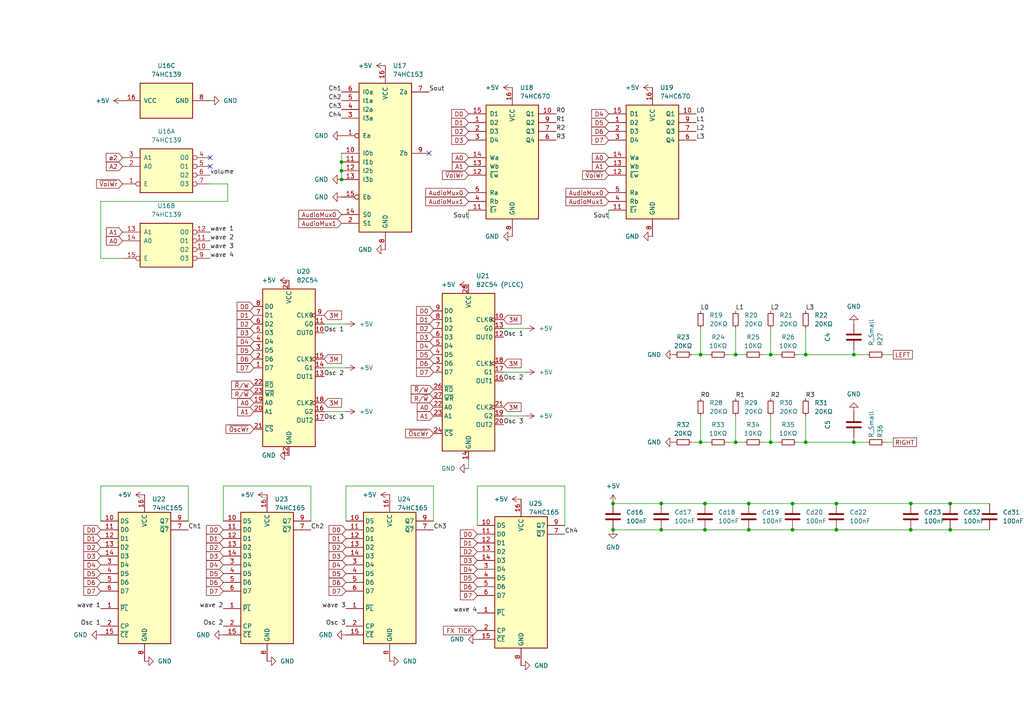
<source format=kicad_sch>
(kicad_sch (version 20230121) (generator eeschema)
  (paper "A4")
  (title_block (title "Audio"))
  (lib_symbols
    (symbol "74xx:74HC165"
      (property "Reference" "U" (at -7.62 19.05 0))
      (property "Value" "74HC165" (at -7.62 -21.59 0))
      (symbol "74HC165_1_0"
        (pin input line (at -12.7 -10.16 0) (length 5.08) (name "~{PL}") (number "1"))
        (pin input line (at -12.7 15.24 0) (length 5.08) (name "DS") (number "10"))
        (pin input line (at -12.7 12.7 0) (length 5.08) (name "D0") (number "11"))
        (pin input line (at -12.7 10.16 0) (length 5.08) (name "D1") (number "12"))
        (pin input line (at -12.7 7.62 0) (length 5.08) (name "D2") (number "13"))
        (pin input line (at -12.7 5.08 0) (length 5.08) (name "D3") (number "14"))
        (pin input line (at -12.7 -17.78 0) (length 5.08) (name "~{CE}") (number "15"))
        (pin power_in line (at 0 22.86 270) (length 5.08) (name "VCC") (number "16"))
        (pin input line (at -12.7 -15.24 0) (length 5.08) (name "CP") (number "2"))
        (pin input line (at -12.7 2.54 0) (length 5.08) (name "D4") (number "3"))
        (pin input line (at -12.7 0 0) (length 5.08) (name "D5") (number "4"))
        (pin input line (at -12.7 -2.54 0) (length 5.08) (name "D6") (number "5"))
        (pin input line (at -12.7 -5.08 0) (length 5.08) (name "D7") (number "6"))
        (pin output line (at 12.7 12.7 180) (length 5.08) (name "~{Q7}") (number "7"))
        (pin power_in line (at 0 -25.4 90) (length 5.08) (name "GND") (number "8"))
        (pin output line (at 12.7 15.24 180) (length 5.08) (name "Q7") (number "9"))
      )
      (symbol "74HC165_1_1"
        (rectangle (start -7.62 17.78) (end 7.62 -20.32) (stroke (width 0.254)) (fill (type background)))
      )
    )
    (symbol "74xx:74LS139" (pin_names (offset 1.016))
      (property "Reference" "U" (at -7.62 8.89 0))
      (property "Value" "74LS139" (at -7.62 -8.89 0))
      (symbol "74LS139_1_0"
        (pin input inverted (at -12.7 -5.08 0) (length 5.08) (name "E") (number "1"))
        (pin input line (at -12.7 0 0) (length 5.08) (name "A0") (number "2"))
        (pin input line (at -12.7 2.54 0) (length 5.08) (name "A1") (number "3"))
        (pin output inverted (at 12.7 2.54 180) (length 5.08) (name "O0") (number "4"))
        (pin output inverted (at 12.7 0 180) (length 5.08) (name "O1") (number "5"))
        (pin output inverted (at 12.7 -2.54 180) (length 5.08) (name "O2") (number "6"))
        (pin output inverted (at 12.7 -5.08 180) (length 5.08) (name "O3") (number "7"))
      )
      (symbol "74LS139_1_1"
        (rectangle (start -7.62 5.08) (end 7.62 -7.62) (stroke (width 0.254)) (fill (type background)))
      )
      (symbol "74LS139_2_0"
        (pin output inverted (at 12.7 -2.54 180) (length 5.08) (name "O2") (number "10"))
        (pin output inverted (at 12.7 0 180) (length 5.08) (name "O1") (number "11"))
        (pin output inverted (at 12.7 2.54 180) (length 5.08) (name "O0") (number "12"))
        (pin input line (at -12.7 2.54 0) (length 5.08) (name "A1") (number "13"))
        (pin input line (at -12.7 0 0) (length 5.08) (name "A0") (number "14"))
        (pin input inverted (at -12.7 -5.08 0) (length 5.08) (name "E") (number "15"))
        (pin output inverted (at 12.7 -5.08 180) (length 5.08) (name "O3") (number "9"))
      )
      (symbol "74LS139_2_1"
        (rectangle (start -7.62 5.08) (end 7.62 -7.62) (stroke (width 0.254)) (fill (type background)))
      )
      (symbol "74LS139_3_0"
        (pin power_in line (at 0 12.7 270) (length 5.08) (name "VCC") (number "16"))
        (pin power_in line (at 0 -12.7 90) (length 5.08) (name "GND") (number "8"))
      )
      (symbol "74LS139_3_1"
        (rectangle (start -5.08 7.62) (end 5.08 -7.62) (stroke (width 0.254)) (fill (type background)))
      )
    )
    (symbol "74xx:74LS153" (pin_names (offset 1.016))
      (property "Reference" "U" (at -7.62 21.59 0))
      (property "Value" "74LS153" (at -7.62 -24.13 0))
      (symbol "74LS153_1_0"
        (pin input inverted (at -12.7 5.08 0) (length 5.08) (name "Ea") (number "1"))
        (pin input line (at -12.7 0 0) (length 5.08) (name "I0b") (number "10"))
        (pin input line (at -12.7 -2.54 0) (length 5.08) (name "I1b") (number "11"))
        (pin input line (at -12.7 -5.08 0) (length 5.08) (name "I2b") (number "12"))
        (pin input line (at -12.7 -7.62 0) (length 5.08) (name "I3b") (number "13"))
        (pin input line (at -12.7 -17.78 0) (length 5.08) (name "S0") (number "14"))
        (pin input inverted (at -12.7 -12.7 0) (length 5.08) (name "Eb") (number "15"))
        (pin power_in line (at 0 25.4 270) (length 5.08) (name "VCC") (number "16"))
        (pin input line (at -12.7 -20.32 0) (length 5.08) (name "S1") (number "2"))
        (pin input line (at -12.7 10.16 0) (length 5.08) (name "I3a") (number "3"))
        (pin input line (at -12.7 12.7 0) (length 5.08) (name "I2a") (number "4"))
        (pin input line (at -12.7 15.24 0) (length 5.08) (name "I1a") (number "5"))
        (pin input line (at -12.7 17.78 0) (length 5.08) (name "I0a") (number "6"))
        (pin output line (at 12.7 17.78 180) (length 5.08) (name "Za") (number "7"))
        (pin power_in line (at 0 -27.94 90) (length 5.08) (name "GND") (number "8"))
        (pin output line (at 12.7 0 180) (length 5.08) (name "Zb") (number "9"))
      )
      (symbol "74LS153_1_1"
        (rectangle (start -7.62 20.32) (end 7.62 -22.86) (stroke (width 0.254)) (fill (type background)))
      )
    )
    (symbol "74xx:74LS670" (pin_names (offset 1.016))
      (property "Reference" "U" (at -7.62 16.51 0))
      (property "Value" "74LS670" (at -7.62 -19.05 0))
      (symbol "74LS670_1_0"
        (pin input line (at -12.7 10.16 0) (length 5.08) (name "D2") (number "1"))
        (pin tri_state line (at 12.7 12.7 180) (length 5.08) (name "Q1") (number "10"))
        (pin input line (at -12.7 -15.24 0) (length 5.08) (name "~{Er}") (number "11"))
        (pin input line (at -12.7 -5.08 0) (length 5.08) (name "~{Ew}") (number "12"))
        (pin input line (at -12.7 -2.54 0) (length 5.08) (name "Wb") (number "13"))
        (pin input line (at -12.7 0 0) (length 5.08) (name "Wa") (number "14"))
        (pin input line (at -12.7 12.7 0) (length 5.08) (name "D1") (number "15"))
        (pin power_in line (at 0 20.32 270) (length 5.08) (name "VCC") (number "16"))
        (pin input line (at -12.7 7.62 0) (length 5.08) (name "D3") (number "2"))
        (pin input line (at -12.7 5.08 0) (length 5.08) (name "D4") (number "3"))
        (pin input line (at -12.7 -12.7 0) (length 5.08) (name "Rb") (number "4"))
        (pin input line (at -12.7 -10.16 0) (length 5.08) (name "Ra") (number "5"))
        (pin tri_state line (at 12.7 5.08 180) (length 5.08) (name "Q4") (number "6"))
        (pin tri_state line (at 12.7 7.62 180) (length 5.08) (name "Q3") (number "7"))
        (pin power_in line (at 0 -22.86 90) (length 5.08) (name "GND") (number "8"))
        (pin tri_state line (at 12.7 10.16 180) (length 5.08) (name "Q2") (number "9"))
      )
      (symbol "74LS670_1_1"
        (rectangle (start -7.62 15.24) (end 7.62 -17.78) (stroke (width 0.254)) (fill (type background)))
      )
    )
    (symbol "Device:C" (pin_numbers hide) (pin_names (offset 0.254))
      (property "Reference" "C" (at 0.635 2.54 0))
      (property "Value" "C" (at 0.635 -2.54 0))
      (symbol "C_0_1"
        (polyline (pts (xy -2.032 -0.762) (xy 2.032 -0.762)) (stroke (width 0.508)))
        (polyline (pts (xy -2.032 0.762) (xy 2.032 0.762)) (stroke (width 0.508)))
      )
      (symbol "C_1_1"
        (pin passive line (at 0 3.81 270) (length 2.794) (name "~") (number "1"))
        (pin passive line (at 0 -3.81 90) (length 2.794) (name "~") (number "2"))
      )
    )
    (symbol "Device:R_Small" (pin_numbers hide) (pin_names (offset 0.254) hide)
      (property "Reference" "R" (at 0.762 0.508 0))
      (property "Value" "R_Small" (at 0.762 -1.016 0))
      (symbol "R_Small_0_1"
        (rectangle (start -0.762 1.778) (end 0.762 -1.778) (stroke (width 0.2032)))
      )
      (symbol "R_Small_1_1"
        (pin passive line (at 0 2.54 270) (length 0.762) (name "~") (number "1"))
        (pin passive line (at 0 -2.54 90) (length 0.762) (name "~") (number "2"))
      )
    )
    (symbol "Timer:82C54"
      (property "Reference" "U" (at -5.08 24.13 0))
      (property "Value" "82C54" (at 2.54 24.13 0))
      (symbol "82C54_0_1"
        (rectangle (start -7.62 -22.86) (end 7.62 22.86) (stroke (width 0.254)) (fill (type background)))
      )
      (symbol "82C54_1_1"
        (pin bidirectional line (at -10.16 0 0) (length 2.54) (name "D7") (number "1"))
        (pin output line (at 10.16 10.16 180) (length 2.54) (name "OUT0") (number "10"))
        (pin input line (at 10.16 12.7 180) (length 2.54) (name "G0") (number "11"))
        (pin power_in line (at 0 -25.4 90) (length 2.54) (name "GND") (number "12"))
        (pin output line (at 10.16 -2.54 180) (length 2.54) (name "OUT1") (number "13"))
        (pin input line (at 10.16 0 180) (length 2.54) (name "G1") (number "14"))
        (pin input clock (at 10.16 2.54 180) (length 2.54) (name "CLK1") (number "15"))
        (pin input line (at 10.16 -12.7 180) (length 2.54) (name "G2") (number "16"))
        (pin output line (at 10.16 -15.24 180) (length 2.54) (name "OUT2") (number "17"))
        (pin input clock (at 10.16 -10.16 180) (length 2.54) (name "CLK2") (number "18"))
        (pin input line (at -10.16 -10.16 0) (length 2.54) (name "A0") (number "19"))
        (pin bidirectional line (at -10.16 2.54 0) (length 2.54) (name "D6") (number "2"))
        (pin input line (at -10.16 -12.7 0) (length 2.54) (name "A1") (number "20"))
        (pin input line (at -10.16 -17.78 0) (length 2.54) (name "~{CS}") (number "21"))
        (pin input line (at -10.16 -5.08 0) (length 2.54) (name "~{RD}") (number "22"))
        (pin input line (at -10.16 -7.62 0) (length 2.54) (name "~{WR}") (number "23"))
        (pin power_in line (at 0 25.4 270) (length 2.54) (name "VCC") (number "24"))
        (pin bidirectional line (at -10.16 5.08 0) (length 2.54) (name "D5") (number "3"))
        (pin bidirectional line (at -10.16 7.62 0) (length 2.54) (name "D4") (number "4"))
        (pin bidirectional line (at -10.16 10.16 0) (length 2.54) (name "D3") (number "5"))
        (pin bidirectional line (at -10.16 12.7 0) (length 2.54) (name "D2") (number "6"))
        (pin bidirectional line (at -10.16 15.24 0) (length 2.54) (name "D1") (number "7"))
        (pin bidirectional line (at -10.16 17.78 0) (length 2.54) (name "D0") (number "8"))
        (pin input clock (at 10.16 15.24 180) (length 2.54) (name "CLK0") (number "9"))
      )
    )
    (symbol "Timer:82C54_PLCC"
      (property "Reference" "U" (at -3.81 24.13 0))
      (property "Value" "82C54_PLCC" (at 2.54 24.13 0))
      (symbol "82C54_PLCC_0_1"
        (rectangle (start -7.62 -22.86) (end 7.62 22.86) (stroke (width 0.254)) (fill (type background)))
      )
      (symbol "82C54_PLCC_1_1"
        (pin no_connect line (at -5.08 -22.86 90) (length 2.54) hide (name "NC") (number "1"))
        (pin input clock (at 10.16 15.24 180) (length 2.54) (name "CLK0") (number "10"))
        (pin no_connect line (at -2.54 -22.86 90) (length 2.54) hide (name "NC") (number "11"))
        (pin output line (at 10.16 10.16 180) (length 2.54) (name "OUT0") (number "12"))
        (pin input line (at 10.16 12.7 180) (length 2.54) (name "G0") (number "13"))
        (pin power_in line (at 0 -25.4 90) (length 2.54) (name "GND") (number "14"))
        (pin no_connect line (at 2.54 -22.86 90) (length 2.54) hide (name "NC") (number "15"))
        (pin output line (at 10.16 -2.54 180) (length 2.54) (name "OUT1") (number "16"))
        (pin input line (at 10.16 0 180) (length 2.54) (name "G1") (number "17"))
        (pin input clock (at 10.16 2.54 180) (length 2.54) (name "CLK1") (number "18"))
        (pin input line (at 10.16 -12.7 180) (length 2.54) (name "G2") (number "19"))
        (pin bidirectional line (at -10.16 0 0) (length 2.54) (name "D7") (number "2"))
        (pin output line (at 10.16 -15.24 180) (length 2.54) (name "OUT2") (number "20"))
        (pin input clock (at 10.16 -10.16 180) (length 2.54) (name "CLK2") (number "21"))
        (pin input line (at -10.16 -10.16 0) (length 2.54) (name "A0") (number "22"))
        (pin input line (at -10.16 -12.7 0) (length 2.54) (name "A1") (number "23"))
        (pin input line (at -10.16 -17.78 0) (length 2.54) (name "~{CS}") (number "24"))
        (pin no_connect line (at 5.08 -22.86 90) (length 2.54) hide (name "NC") (number "25"))
        (pin input line (at -10.16 -5.08 0) (length 2.54) (name "~{RD}") (number "26"))
        (pin input line (at -10.16 -7.62 0) (length 2.54) (name "~{WR}") (number "27"))
        (pin power_in line (at 0 25.4 270) (length 2.54) (name "VCC") (number "28"))
        (pin bidirectional line (at -10.16 2.54 0) (length 2.54) (name "D6") (number "3"))
        (pin bidirectional line (at -10.16 5.08 0) (length 2.54) (name "D5") (number "4"))
        (pin bidirectional line (at -10.16 7.62 0) (length 2.54) (name "D4") (number "5"))
        (pin bidirectional line (at -10.16 10.16 0) (length 2.54) (name "D3") (number "6"))
        (pin bidirectional line (at -10.16 12.7 0) (length 2.54) (name "D2") (number "7"))
        (pin bidirectional line (at -10.16 15.24 0) (length 2.54) (name "D1") (number "8"))
        (pin bidirectional line (at -10.16 17.78 0) (length 2.54) (name "D0") (number "9"))
      )
    )
    (symbol "power:+5V" (power) (pin_names (offset 0))
      (property "Value" "+5V" (at 0 3.556 0))
      (symbol "+5V_0_1"
        (polyline (pts (xy -0.762 1.27) (xy 0 2.54)))
        (polyline (pts (xy 0 0) (xy 0 2.54)))
        (polyline (pts (xy 0 2.54) (xy 0.762 1.27)))
      )
      (symbol "+5V_1_1"
        (pin power_in line (at 0 0 90) (length 0) hide (name "+5V") (number "1"))
      )
    )
    (symbol "power:GND" (power) (pin_names (offset 0))
      (property "Value" "GND" (at 0 -3.81 0))
      (symbol "GND_0_1"
        (polyline (pts (xy 0 0) (xy 0 -1.27) (xy 1.27 -1.27) (xy 0 -2.54) (xy -1.27 -1.27) (xy 0 -1.27)))
      )
      (symbol "GND_1_1"
        (pin power_in line (at 0 0 270) (length 0) hide (name "GND") (number "1"))
      )
    )
  )
  (junction (at 264.16 153.67))
  (junction (at 229.87 153.67))
  (junction (at 264.16 146.05))
  (junction (at 233.68 128.27))
  (junction (at 229.87 146.05))
  (junction (at 177.8 146.05))
  (junction (at 247.65 128.27))
  (junction (at 217.17 146.05))
  (junction (at 191.77 146.05))
  (junction (at 203.2 128.27))
  (junction (at 213.36 128.27))
  (junction (at 223.52 102.87))
  (junction (at 204.47 146.05))
  (junction (at 275.59 146.05))
  (junction (at 213.36 102.87))
  (junction (at 204.47 153.67))
  (junction (at 177.8 153.67))
  (junction (at 203.2 102.87))
  (junction (at 99.06 49.53))
  (junction (at 242.57 146.05))
  (junction (at 247.65 102.87))
  (junction (at 99.06 52.07))
  (junction (at 223.52 128.27))
  (junction (at 99.06 46.99))
  (junction (at 242.57 153.67))
  (junction (at 233.68 102.87))
  (junction (at 191.77 153.67))
  (junction (at 217.17 153.67))
  (junction (at 275.59 153.67))
  (no_connect (at 60.96 48.26))
  (no_connect (at 124.46 44.45))
  (no_connect (at 60.96 45.72))
  (wire (pts (xy 220.98 102.87) (xy 223.52 102.87)))
  (wire (pts (xy 152.4 95.25) (xy 146.05 95.25)))
  (wire (pts (xy 203.2 120.65) (xy 203.2 128.27)))
  (wire (pts (xy 177.8 146.05) (xy 191.77 146.05)))
  (wire (pts (xy 100.33 140.97) (xy 100.33 151.13)))
  (wire (pts (xy 233.68 102.87) (xy 247.65 102.87)))
  (wire (pts (xy 242.57 146.05) (xy 264.16 146.05)))
  (wire (pts (xy 200.66 102.87) (xy 203.2 102.87)))
  (wire (pts (xy 247.65 128.27) (xy 247.65 127)))
  (wire (pts (xy 210.82 102.87) (xy 213.36 102.87)))
  (wire (pts (xy 231.14 128.27) (xy 233.68 128.27)))
  (wire (pts (xy 191.77 153.67) (xy 204.47 153.67)))
  (wire (pts (xy 256.54 128.27) (xy 259.08 128.27)))
  (wire (pts (xy 264.16 153.67) (xy 275.59 153.67)))
  (wire (pts (xy 242.57 153.67) (xy 264.16 153.67)))
  (wire (pts (xy 251.46 128.27) (xy 247.65 128.27)))
  (wire (pts (xy 251.46 102.87) (xy 247.65 102.87)))
  (wire (pts (xy 100.33 93.98) (xy 93.98 93.98)))
  (wire (pts (xy 135.89 63.5) (xy 135.89 60.96)))
  (wire (pts (xy 29.21 140.97) (xy 29.21 151.13)))
  (wire (pts (xy 247.65 102.87) (xy 247.65 101.6)))
  (wire (pts (xy 213.36 128.27) (xy 215.9 128.27)))
  (wire (pts (xy 264.16 146.05) (xy 275.59 146.05)))
  (wire (pts (xy 191.77 146.05) (xy 204.47 146.05)))
  (wire (pts (xy 204.47 146.05) (xy 217.17 146.05)))
  (wire (pts (xy 177.8 153.67) (xy 191.77 153.67)))
  (wire (pts (xy 64.77 140.97) (xy 64.77 151.13)))
  (wire (pts (xy 204.47 153.67) (xy 217.17 153.67)))
  (wire (pts (xy 217.17 153.67) (xy 229.87 153.67)))
  (wire (pts (xy 90.17 151.13) (xy 90.17 140.97)))
  (wire (pts (xy 29.21 74.93) (xy 29.21 58.42)))
  (wire (pts (xy 210.82 128.27) (xy 213.36 128.27)))
  (wire (pts (xy 176.53 63.5) (xy 176.53 60.96)))
  (wire (pts (xy 66.04 53.34) (xy 60.96 53.34)))
  (wire (pts (xy 99.06 44.45) (xy 99.06 46.99)))
  (wire (pts (xy 233.68 128.27) (xy 247.65 128.27)))
  (wire (pts (xy 231.14 102.87) (xy 233.68 102.87)))
  (wire (pts (xy 223.52 95.25) (xy 223.52 102.87)))
  (wire (pts (xy 54.61 151.13) (xy 54.61 140.97)))
  (wire (pts (xy 135.89 135.89) (xy 135.89 133.35)))
  (wire (pts (xy 90.17 140.97) (xy 64.77 140.97)))
  (wire (pts (xy 203.2 102.87) (xy 205.74 102.87)))
  (wire (pts (xy 99.06 49.53) (xy 99.06 52.07)))
  (wire (pts (xy 229.87 153.67) (xy 242.57 153.67)))
  (wire (pts (xy 100.33 106.68) (xy 93.98 106.68)))
  (wire (pts (xy 66.04 58.42) (xy 66.04 53.34)))
  (wire (pts (xy 213.36 120.65) (xy 213.36 128.27)))
  (wire (pts (xy 203.2 95.25) (xy 203.2 102.87)))
  (wire (pts (xy 275.59 146.05) (xy 287.02 146.05)))
  (wire (pts (xy 220.98 128.27) (xy 223.52 128.27)))
  (wire (pts (xy 138.43 140.97) (xy 138.43 152.4)))
  (wire (pts (xy 223.52 102.87) (xy 226.06 102.87)))
  (wire (pts (xy 223.52 128.27) (xy 226.06 128.27)))
  (wire (pts (xy 203.2 128.27) (xy 205.74 128.27)))
  (wire (pts (xy 125.73 151.13) (xy 125.73 140.97)))
  (wire (pts (xy 256.54 102.87) (xy 259.08 102.87)))
  (wire (pts (xy 29.21 58.42) (xy 66.04 58.42)))
  (wire (pts (xy 229.87 146.05) (xy 242.57 146.05)))
  (wire (pts (xy 163.83 152.4) (xy 163.83 140.97)))
  (wire (pts (xy 213.36 102.87) (xy 215.9 102.87)))
  (wire (pts (xy 163.83 140.97) (xy 138.43 140.97)))
  (wire (pts (xy 233.68 120.65) (xy 233.68 128.27)))
  (wire (pts (xy 200.66 128.27) (xy 203.2 128.27)))
  (wire (pts (xy 100.33 119.38) (xy 93.98 119.38)))
  (wire (pts (xy 233.68 95.25) (xy 233.68 102.87)))
  (wire (pts (xy 213.36 95.25) (xy 213.36 102.87)))
  (wire (pts (xy 223.52 120.65) (xy 223.52 128.27)))
  (wire (pts (xy 275.59 153.67) (xy 287.02 153.67)))
  (wire (pts (xy 217.17 146.05) (xy 229.87 146.05)))
  (wire (pts (xy 152.4 120.65) (xy 146.05 120.65)))
  (wire (pts (xy 99.06 46.99) (xy 99.06 49.53)))
  (wire (pts (xy 54.61 140.97) (xy 29.21 140.97)))
  (wire (pts (xy 125.73 140.97) (xy 100.33 140.97)))
  (wire (pts (xy 152.4 107.95) (xy 146.05 107.95)))
  (wire (pts (xy 35.56 74.93) (xy 29.21 74.93)))
  (label "Osc 2" (at 93.98 109.22 0))
  (label "R2" (at 161.29 38.1 0))
  (label "Sout" (at 135.89 63.5 180))
  (label "Osc 3" (at 93.98 121.92 0))
  (label "L3" (at 233.68 90.17 0))
  (label "Osc 1" (at 29.21 181.61 180))
  (label "Ch1" (at 99.06 26.67 180))
  (label "Ch4" (at 163.83 154.94 0))
  (label "Sout" (at 176.53 63.5 180))
  (label "R3" (at 233.68 115.57 0))
  (label "Osc 2" (at 146.05 110.49 0))
  (label "wave 1" (at 60.96 67.31 0))
  (label "Sout" (at 124.46 26.67 0))
  (label "Osc 2" (at 64.77 181.61 180))
  (label "L3" (at 201.93 40.64 0))
  (label "wave 1" (at 29.21 176.53 180))
  (label "wave 3" (at 60.96 72.39 0))
  (label "wave 2" (at 60.96 69.85 0))
  (label "wave 3" (at 100.33 176.53 180))
  (label "R3" (at 161.29 40.64 0))
  (label "L2" (at 201.93 38.1 0))
  (label "wave 4" (at 60.96 74.93 0))
  (label "Osc 1" (at 93.98 96.52 0))
  (label "Ch2" (at 99.06 29.21 180))
  (label "Osc 1" (at 146.05 97.79 0))
  (label "volume" (at 60.96 50.8 0))
  (label "Ch2" (at 90.17 153.67 0))
  (label "L1" (at 213.36 90.17 0))
  (label "R1" (at 213.36 115.57 0))
  (label "R1" (at 161.29 35.56 0))
  (label "R0" (at 203.2 115.57 0))
  (label "R0" (at 161.29 33.02 0))
  (label "Ch4" (at 99.06 34.29 180))
  (label "wave 4" (at 138.43 177.8 180))
  (label "wave 2" (at 64.77 176.53 180))
  (label "Ch3" (at 125.73 153.67 0))
  (label "Ch3" (at 99.06 31.75 180))
  (label "Osc 3" (at 100.33 181.61 180))
  (label "Ch1" (at 54.61 153.67 0))
  (label "Osc 3" (at 146.05 123.19 0))
  (label "L2" (at 223.52 90.17 0))
  (label "L0" (at 201.93 33.02 0))
  (label "L1" (at 201.93 35.56 0))
  (label "L0" (at 203.2 90.17 0))
  (label "R2" (at 223.52 115.57 0))
  (global_label "D3" (shape input) (at 64.77 161.29 180) (property "Intersheetrefs" "${INTERSHEET_REFS}" (effects hide)))
  (global_label "D4" (shape input) (at 125.73 100.33 180) (property "Intersheetrefs" "${INTERSHEET_REFS}" (effects hide)))
  (global_label "R{slash}~{W}" (shape input) (at 73.66 114.3 180) (property "Intersheetrefs" "${INTERSHEET_REFS}" (effects hide)))
  (global_label "A0" (shape input) (at 125.73 118.11 180) (property "Intersheetrefs" "${INTERSHEET_REFS}" (effects hide)))
  (global_label "D7" (shape input) (at 29.21 171.45 180) (property "Intersheetrefs" "${INTERSHEET_REFS}" (effects hide)))
  (global_label "D6" (shape input) (at 125.73 105.41 180) (property "Intersheetrefs" "${INTERSHEET_REFS}" (effects hide)))
  (global_label "D4" (shape input) (at 138.43 165.1 180) (property "Intersheetrefs" "${INTERSHEET_REFS}" (effects hide)))
  (global_label "D3" (shape input) (at 125.73 97.79 180) (property "Intersheetrefs" "${INTERSHEET_REFS}" (effects hide)))
  (global_label "D4" (shape input) (at 29.21 163.83 180) (property "Intersheetrefs" "${INTERSHEET_REFS}" (effects hide)))
  (global_label "D0" (shape input) (at 135.89 33.02 180) (property "Intersheetrefs" "${INTERSHEET_REFS}" (effects hide)))
  (global_label "LEFT" (shape passive) (at 259.08 102.87 0) (property "Intersheetrefs" "${INTERSHEET_REFS}" (effects hide)))
  (global_label "A2" (shape input) (at 35.56 48.26 180) (property "Intersheetrefs" "${INTERSHEET_REFS}" (effects hide)))
  (global_label "D5" (shape input) (at 100.33 166.37 180) (property "Intersheetrefs" "${INTERSHEET_REFS}" (effects hide)))
  (global_label "D7" (shape input) (at 64.77 171.45 180) (property "Intersheetrefs" "${INTERSHEET_REFS}" (effects hide)))
  (global_label "AudioMux0" (shape input) (at 176.53 55.88 180) (property "Intersheetrefs" "${INTERSHEET_REFS}" (effects hide)))
  (global_label "D1" (shape input) (at 135.89 35.56 180) (property "Intersheetrefs" "${INTERSHEET_REFS}" (effects hide)))
  (global_label "D6" (shape input) (at 100.33 168.91 180) (property "Intersheetrefs" "${INTERSHEET_REFS}" (effects hide)))
  (global_label "D2" (shape input) (at 29.21 158.75 180) (property "Intersheetrefs" "${INTERSHEET_REFS}" (effects hide)))
  (global_label "A0" (shape input) (at 73.66 116.84 180) (property "Intersheetrefs" "${INTERSHEET_REFS}" (effects hide)))
  (global_label "D7" (shape input) (at 176.53 40.64 180) (property "Intersheetrefs" "${INTERSHEET_REFS}" (effects hide)))
  (global_label "D5" (shape input) (at 176.53 35.56 180) (property "Intersheetrefs" "${INTERSHEET_REFS}" (effects hide)))
  (global_label "D3" (shape input) (at 73.66 96.52 180) (property "Intersheetrefs" "${INTERSHEET_REFS}" (effects hide)))
  (global_label "A1" (shape input) (at 176.53 48.26 180) (property "Intersheetrefs" "${INTERSHEET_REFS}" (effects hide)))
  (global_label "D1" (shape input) (at 73.66 91.44 180) (property "Intersheetrefs" "${INTERSHEET_REFS}" (effects hide)))
  (global_label "D3" (shape input) (at 138.43 162.56 180) (property "Intersheetrefs" "${INTERSHEET_REFS}" (effects hide)))
  (global_label "AudioMux0" (shape input) (at 99.06 62.23 180) (property "Intersheetrefs" "${INTERSHEET_REFS}" (effects hide)))
  (global_label "A0" (shape input) (at 135.89 45.72 180) (property "Intersheetrefs" "${INTERSHEET_REFS}" (effects hide)))
  (global_label "~{OscWr}" (shape input) (at 73.66 124.46 180) (property "Intersheetrefs" "${INTERSHEET_REFS}" (effects hide)))
  (global_label "~{VolWr}" (shape input) (at 176.53 50.8 180) (property "Intersheetrefs" "${INTERSHEET_REFS}" (effects hide)))
  (global_label "D7" (shape input) (at 138.43 172.72 180) (property "Intersheetrefs" "${INTERSHEET_REFS}" (effects hide)))
  (global_label "D6" (shape input) (at 176.53 38.1 180) (property "Intersheetrefs" "${INTERSHEET_REFS}" (effects hide)))
  (global_label "AudioMux1" (shape input) (at 135.89 58.42 180) (property "Intersheetrefs" "${INTERSHEET_REFS}" (effects hide)))
  (global_label "D4" (shape input) (at 176.53 33.02 180) (property "Intersheetrefs" "${INTERSHEET_REFS}" (effects hide)))
  (global_label "D6" (shape input) (at 138.43 170.18 180) (property "Intersheetrefs" "${INTERSHEET_REFS}" (effects hide)))
  (global_label "3M" (shape input) (at 146.05 118.11 0) (property "Intersheetrefs" "${INTERSHEET_REFS}" (effects hide)))
  (global_label "D0" (shape input) (at 29.21 153.67 180) (property "Intersheetrefs" "${INTERSHEET_REFS}" (effects hide)))
  (global_label "D5" (shape input) (at 73.66 101.6 180) (property "Intersheetrefs" "${INTERSHEET_REFS}" (effects hide)))
  (global_label "A1" (shape input) (at 125.73 120.65 180) (property "Intersheetrefs" "${INTERSHEET_REFS}" (effects hide)))
  (global_label "3M" (shape input) (at 146.05 105.41 0) (property "Intersheetrefs" "${INTERSHEET_REFS}" (effects hide)))
  (global_label "D1" (shape input) (at 29.21 156.21 180) (property "Intersheetrefs" "${INTERSHEET_REFS}" (effects hide)))
  (global_label "D2" (shape input) (at 125.73 95.25 180) (property "Intersheetrefs" "${INTERSHEET_REFS}" (effects hide)))
  (global_label "A1" (shape input) (at 35.56 67.31 180) (property "Intersheetrefs" "${INTERSHEET_REFS}" (effects hide)))
  (global_label "D2" (shape input) (at 64.77 158.75 180) (property "Intersheetrefs" "${INTERSHEET_REFS}" (effects hide)))
  (global_label "~{VolWr}" (shape input) (at 35.56 53.34 180) (property "Intersheetrefs" "${INTERSHEET_REFS}" (effects hide)))
  (global_label "3M" (shape input) (at 93.98 104.14 0) (property "Intersheetrefs" "${INTERSHEET_REFS}" (effects hide)))
  (global_label "D1" (shape input) (at 125.73 92.71 180) (property "Intersheetrefs" "${INTERSHEET_REFS}" (effects hide)))
  (global_label "R{slash}~{W}" (shape input) (at 125.73 115.57 180) (property "Intersheetrefs" "${INTERSHEET_REFS}" (effects hide)))
  (global_label "D6" (shape input) (at 64.77 168.91 180) (property "Intersheetrefs" "${INTERSHEET_REFS}" (effects hide)))
  (global_label "D3" (shape input) (at 29.21 161.29 180) (property "Intersheetrefs" "${INTERSHEET_REFS}" (effects hide)))
  (global_label "RIGHT" (shape passive) (at 259.08 128.27 0) (property "Intersheetrefs" "${INTERSHEET_REFS}" (effects hide)))
  (global_label "D0" (shape input) (at 138.43 154.94 180) (property "Intersheetrefs" "${INTERSHEET_REFS}" (effects hide)))
  (global_label "AudioMux1" (shape input) (at 176.53 58.42 180) (property "Intersheetrefs" "${INTERSHEET_REFS}" (effects hide)))
  (global_label "D7" (shape input) (at 73.66 106.68 180) (property "Intersheetrefs" "${INTERSHEET_REFS}" (effects hide)))
  (global_label "D2" (shape input) (at 138.43 160.02 180) (property "Intersheetrefs" "${INTERSHEET_REFS}" (effects hide)))
  (global_label "D3" (shape input) (at 135.89 40.64 180) (property "Intersheetrefs" "${INTERSHEET_REFS}" (effects hide)))
  (global_label "D0" (shape input) (at 64.77 153.67 180) (property "Intersheetrefs" "${INTERSHEET_REFS}" (effects hide)))
  (global_label "D6" (shape input) (at 73.66 104.14 180) (property "Intersheetrefs" "${INTERSHEET_REFS}" (effects hide)))
  (global_label "3M" (shape input) (at 93.98 116.84 0) (property "Intersheetrefs" "${INTERSHEET_REFS}" (effects hide)))
  (global_label "D4" (shape input) (at 100.33 163.83 180) (property "Intersheetrefs" "${INTERSHEET_REFS}" (effects hide)))
  (global_label "A1" (shape input) (at 135.89 48.26 180) (property "Intersheetrefs" "${INTERSHEET_REFS}" (effects hide)))
  (global_label "~{R}{slash}W" (shape input) (at 73.66 111.76 180) (property "Intersheetrefs" "${INTERSHEET_REFS}" (effects hide)))
  (global_label "D0" (shape input) (at 125.73 90.17 180) (property "Intersheetrefs" "${INTERSHEET_REFS}" (effects hide)))
  (global_label "AudioMux0" (shape input) (at 135.89 55.88 180) (property "Intersheetrefs" "${INTERSHEET_REFS}" (effects hide)))
  (global_label "D2" (shape input) (at 135.89 38.1 180) (property "Intersheetrefs" "${INTERSHEET_REFS}" (effects hide)))
  (global_label "D6" (shape input) (at 29.21 168.91 180) (property "Intersheetrefs" "${INTERSHEET_REFS}" (effects hide)))
  (global_label "D1" (shape input) (at 100.33 156.21 180) (property "Intersheetrefs" "${INTERSHEET_REFS}" (effects hide)))
  (global_label "D5" (shape input) (at 125.73 102.87 180) (property "Intersheetrefs" "${INTERSHEET_REFS}" (effects hide)))
  (global_label "FX TICK" (shape input) (at 138.43 182.88 180) (property "Intersheetrefs" "${INTERSHEET_REFS}" (effects hide)))
  (global_label "D4" (shape input) (at 73.66 99.06 180) (property "Intersheetrefs" "${INTERSHEET_REFS}" (effects hide)))
  (global_label "3M" (shape input) (at 93.98 91.44 0) (property "Intersheetrefs" "${INTERSHEET_REFS}" (effects hide)))
  (global_label "D4" (shape input) (at 64.77 163.83 180) (property "Intersheetrefs" "${INTERSHEET_REFS}" (effects hide)))
  (global_label "~{OscWr}" (shape input) (at 125.73 125.73 180) (property "Intersheetrefs" "${INTERSHEET_REFS}" (effects hide)))
  (global_label "~{VolWr}" (shape input) (at 135.89 50.8 180) (property "Intersheetrefs" "${INTERSHEET_REFS}" (effects hide)))
  (global_label "D2" (shape input) (at 100.33 158.75 180) (property "Intersheetrefs" "${INTERSHEET_REFS}" (effects hide)))
  (global_label "D5" (shape input) (at 29.21 166.37 180) (property "Intersheetrefs" "${INTERSHEET_REFS}" (effects hide)))
  (global_label "A0" (shape input) (at 176.53 45.72 180) (property "Intersheetrefs" "${INTERSHEET_REFS}" (effects hide)))
  (global_label "D3" (shape input) (at 100.33 161.29 180) (property "Intersheetrefs" "${INTERSHEET_REFS}" (effects hide)))
  (global_label "D7" (shape input) (at 100.33 171.45 180) (property "Intersheetrefs" "${INTERSHEET_REFS}" (effects hide)))
  (global_label "D1" (shape input) (at 64.77 156.21 180) (property "Intersheetrefs" "${INTERSHEET_REFS}" (effects hide)))
  (global_label "D0" (shape input) (at 100.33 153.67 180) (property "Intersheetrefs" "${INTERSHEET_REFS}" (effects hide)))
  (global_label "~{R}{slash}W" (shape input) (at 125.73 113.03 180) (property "Intersheetrefs" "${INTERSHEET_REFS}" (effects hide)))
  (global_label "D5" (shape input) (at 138.43 167.64 180) (property "Intersheetrefs" "${INTERSHEET_REFS}" (effects hide)))
  (global_label "D0" (shape input) (at 73.66 88.9 180) (property "Intersheetrefs" "${INTERSHEET_REFS}" (effects hide)))
  (global_label "AudioMux1" (shape input) (at 99.06 64.77 180) (property "Intersheetrefs" "${INTERSHEET_REFS}" (effects hide)))
  (global_label "A1" (shape input) (at 73.66 119.38 180) (property "Intersheetrefs" "${INTERSHEET_REFS}" (effects hide)))
  (global_label "3M" (shape input) (at 146.05 92.71 0) (property "Intersheetrefs" "${INTERSHEET_REFS}" (effects hide)))
  (global_label "D1" (shape input) (at 138.43 157.48 180) (property "Intersheetrefs" "${INTERSHEET_REFS}" (effects hide)))
  (global_label "ø2" (shape input) (at 35.56 45.72 180) (property "Intersheetrefs" "${INTERSHEET_REFS}" (effects hide)))
  (global_label "A0" (shape input) (at 35.56 69.85 180) (property "Intersheetrefs" "${INTERSHEET_REFS}" (effects hide)))
  (global_label "D7" (shape input) (at 125.73 107.95 180) (property "Intersheetrefs" "${INTERSHEET_REFS}" (effects hide)))
  (global_label "D2" (shape input) (at 73.66 93.98 180) (property "Intersheetrefs" "${INTERSHEET_REFS}" (effects hide)))
  (global_label "D5" (shape input) (at 64.77 166.37 180) (property "Intersheetrefs" "${INTERSHEET_REFS}" (effects hide)))
  (symbol (lib_id "Device:R_Small") (at 254 128.27 270) (mirror x) (unit 1)
    (property "Reference" "R36" (at 255.27 127 0) (effects (justify left)))
    (property "Value" "R_Small" (at 252.73 127 0) (effects (justify left)))
    (property "Footprint" "PCM_Resistor_THT_US_AKL:R_Axial_DIN0204_L3.6mm_D1.6mm_P1.90mm_Vertical" (effects hide))
  )
  (symbol (lib_id "power:+5V") (at 35.56 29.21 90) (unit 1)
    (property "Reference" "#PWR076" (effects hide))
    (property "Value" "+5V" (at 31.75 29.21 90) (effects (justify left)))
  )
  (symbol (lib_id "74xx:74HC165") (at 41.91 166.37 0) (unit 1)
    (property "Reference" "U22" (at 44.1041 144.78 0) (effects (justify left)))
    (property "Value" "74HC165" (at 44.1041 147.32 0) (effects (justify left)))
    (property "Footprint" "PCM_Package_DIP_AKL:DIP-16_W7.62mm_Socket_LongPads" (effects hide))
    (property "Datasheet" "https://assets.nexperia.com/documents/data-sheet/74HC_HCT165.pdf" (effects hide))
  )
  (symbol (lib_id "power:+5V") (at 111.76 19.05 90) (unit 1)
    (property "Reference" "#PWR073" (effects hide))
    (property "Value" "+5V" (at 107.95 19.05 90) (effects (justify left)))
  )
  (symbol (lib_id "power:GND") (at 138.43 185.42 270) (unit 1)
    (property "Reference" "#PWR0107" (effects hide))
    (property "Value" "GND" (at 134.62 185.42 90) (effects (justify right)))
  )
  (symbol (lib_id "Device:R_Small") (at 198.12 102.87 90) (unit 1)
    (property "Reference" "R23" (at 198.12 97.79 90))
    (property "Value" "20KΩ" (at 198.12 100.33 90))
    (property "Footprint" "Resistor_THT:R_Axial_DIN0204_L3.6mm_D1.6mm_P1.90mm_Vertical" (effects hide))
  )
  (symbol (lib_id "power:+5V") (at 41.91 143.51 90) (unit 1)
    (property "Reference" "#PWR098" (effects hide))
    (property "Value" "+5V" (at 38.1 143.51 90) (effects (justify left)))
  )
  (symbol (lib_id "Device:R_Small") (at 203.2 92.71 180) (unit 1)
    (property "Reference" "R19" (at 205.74 91.44 0) (effects (justify right)))
    (property "Value" "20KΩ" (at 205.74 93.98 0) (effects (justify right)))
    (property "Footprint" "Resistor_THT:R_Axial_DIN0204_L3.6mm_D1.6mm_P1.90mm_Vertical" (effects hide))
  )
  (symbol (lib_id "power:GND") (at 113.03 191.77 90) (unit 1)
    (property "Reference" "#PWR0110" (effects hide))
    (property "Value" "GND" (at 116.84 191.77 90) (effects (justify right)))
  )
  (symbol (lib_id "power:GND") (at 99.06 52.07 270) (unit 1)
    (property "Reference" "#PWR079" (effects hide))
    (property "Value" "GND" (at 95.25 52.07 90) (effects (justify right)))
  )
  (symbol (lib_id "power:GND") (at 247.65 93.98 180) (unit 1)
    (property "Reference" "#PWR087" (effects hide))
    (property "Value" "GND" (at 247.65 88.9 0))
  )
  (symbol (lib_id "Timer:82C54_PLCC") (at 135.89 107.95 0) (unit 1)
    (property "Reference" "U21" (at 138.0841 80.01 0) (effects (justify left)))
    (property "Value" "82C54 (PLCC)" (at 138.0841 82.55 0) (effects (justify left)))
    (property "Footprint" "Package_LCC:PLCC-28_THT-Socket" (effects hide))
    (property "Datasheet" "http://download.intel.com/design/archives/periphrl/docs/23124406.pdf" (effects hide))
  )
  (symbol (lib_id "power:GND") (at 29.21 184.15 270) (unit 1)
    (property "Reference" "#PWR0104" (effects hide))
    (property "Value" "GND" (at 25.4 184.15 90) (effects (justify right)))
  )
  (symbol (lib_id "74xx:74LS153") (at 111.76 44.45 0) (unit 1)
    (property "Reference" "U17" (at 113.9541 19.05 0) (effects (justify left)))
    (property "Value" "74HC153" (at 113.9541 21.59 0) (effects (justify left)))
    (property "Footprint" "PCM_Package_DIP_AKL:DIP-16_W7.62mm_Socket_LongPads" (effects hide))
    (property "Datasheet" "http://www.ti.com/lit/gpn/sn74LS153" (effects hide))
  )
  (symbol (lib_id "power:GND") (at 41.91 191.77 90) (unit 1)
    (property "Reference" "#PWR0108" (effects hide))
    (property "Value" "GND" (at 45.72 191.77 90) (effects (justify right)))
  )
  (symbol (lib_id "Device:R_Small") (at 213.36 92.71 180) (unit 1)
    (property "Reference" "R20" (at 215.9 91.44 0) (effects (justify right)))
    (property "Value" "20KΩ" (at 215.9 93.98 0) (effects (justify right)))
    (property "Footprint" "Resistor_THT:R_Axial_DIN0204_L3.6mm_D1.6mm_P1.90mm_Vertical" (effects hide))
  )
  (symbol (lib_id "power:GND") (at 100.33 184.15 270) (mirror x) (unit 1)
    (property "Reference" "#PWR0106" (effects hide))
    (property "Value" "GND" (at 96.52 184.15 90) (effects (justify right)))
  )
  (symbol (lib_id "power:+5V") (at 152.4 107.95 270) (unit 1)
    (property "Reference" "#PWR091" (effects hide))
    (property "Value" "+5V" (at 156.21 107.95 90) (effects (justify left)))
  )
  (symbol (lib_id "Device:C") (at 247.65 97.79 0) (unit 1)
    (property "Reference" "C4" (at 240.03 97.79 90))
    (property "Value" "100nF" (effects hide))
    (property "Footprint" "Capacitor_THT:C_Disc_D3.0mm_W2.0mm_P2.50mm" (effects hide))
  )
  (symbol (lib_id "power:GND") (at 148.59 68.58 270) (unit 1)
    (property "Reference" "#PWR081" (effects hide))
    (property "Value" "GND" (at 144.78 68.58 90) (effects (justify right)))
  )
  (symbol (lib_id "Device:C") (at 275.59 149.86 0) (unit 1)
    (property "Reference" "Cd32" (at 279.4 148.59 0) (effects (justify left)))
    (property "Value" "100nF" (at 279.4 151.13 0) (effects (justify left)))
    (property "Footprint" "Capacitor_THT:C_Disc_D3.0mm_W2.0mm_P2.50mm" (effects hide))
  )
  (symbol (lib_id "power:GND") (at 77.47 191.77 90) (unit 1)
    (property "Reference" "#PWR0109" (effects hide))
    (property "Value" "GND" (at 81.28 191.77 90) (effects (justify right)))
  )
  (symbol (lib_id "74xx:74LS670") (at 148.59 45.72 0) (unit 1)
    (property "Reference" "U18" (at 150.7841 25.4 0) (effects (justify left)))
    (property "Value" "74HC670" (at 150.7841 27.94 0) (effects (justify left)))
    (property "Footprint" "PCM_Package_DIP_AKL:DIP-16_W7.62mm_Socket_LongPads" (effects hide))
    (property "Datasheet" "http://www.ti.com/lit/gpn/sn74LS670" (effects hide))
  )
  (symbol (lib_id "74xx:74LS139") (at 48.26 29.21 90) (unit 3)
    (property "Reference" "U16" (at 48.26 19.05 90))
    (property "Value" "74HC139" (at 48.26 21.59 90))
    (property "Footprint" "PCM_Package_DIP_AKL:DIP-16_W7.62mm_Socket_LongPads" (effects hide))
    (property "Datasheet" "http://www.ti.com/lit/ds/symlink/sn74ls139a.pdf" (effects hide))
  )
  (symbol (lib_id "power:+5V") (at 152.4 120.65 270) (unit 1)
    (property "Reference" "#PWR094" (effects hide))
    (property "Value" "+5V" (at 156.21 120.65 90) (effects (justify left)))
  )
  (symbol (lib_id "Device:R_Small") (at 218.44 102.87 90) (unit 1)
    (property "Reference" "R25" (at 218.44 97.79 90))
    (property "Value" "10KΩ" (at 218.44 100.33 90))
    (property "Footprint" "Resistor_THT:R_Axial_DIN0204_L3.6mm_D1.6mm_P1.90mm_Vertical" (effects hide))
  )
  (symbol (lib_id "power:GND") (at 135.89 135.89 270) (unit 1)
    (property "Reference" "#PWR097" (effects hide))
    (property "Value" "GND" (at 132.08 135.89 90) (effects (justify right)))
  )
  (symbol (lib_id "power:+5V") (at 189.23 25.4 90) (unit 1)
    (property "Reference" "#PWR075" (effects hide))
    (property "Value" "+5V" (at 185.42 25.4 90) (effects (justify left)))
  )
  (symbol (lib_id "Device:R_Small") (at 203.2 118.11 180) (unit 1)
    (property "Reference" "R28" (at 205.74 116.84 0) (effects (justify right)))
    (property "Value" "20KΩ" (at 205.74 119.38 0) (effects (justify right)))
    (property "Footprint" "Resistor_THT:R_Axial_DIN0204_L3.6mm_D1.6mm_P1.90mm_Vertical" (effects hide))
  )
  (symbol (lib_id "power:GND") (at 83.82 132.08 270) (unit 1)
    (property "Reference" "#PWR096" (effects hide))
    (property "Value" "GND" (at 80.01 132.08 90) (effects (justify right)))
  )
  (symbol (lib_id "74xx:74LS670") (at 189.23 45.72 0) (unit 1)
    (property "Reference" "U19" (at 191.4241 25.4 0) (effects (justify left)))
    (property "Value" "74HC670" (at 191.4241 27.94 0) (effects (justify left)))
    (property "Footprint" "PCM_Package_DIP_AKL:DIP-16_W7.62mm_Socket_LongPads" (effects hide))
    (property "Datasheet" "http://www.ti.com/lit/gpn/sn74LS670" (effects hide))
  )
  (symbol (lib_id "Device:C") (at 242.57 149.86 0) (unit 1)
    (property "Reference" "Cd22" (at 246.38 148.59 0) (effects (justify left)))
    (property "Value" "100nF" (at 246.38 151.13 0) (effects (justify left)))
    (property "Footprint" "Capacitor_THT:C_Disc_D3.0mm_W2.0mm_P2.50mm" (effects hide))
  )
  (symbol (lib_id "Device:R_Small") (at 223.52 118.11 180) (unit 1)
    (property "Reference" "R30" (at 226.06 116.84 0) (effects (justify right)))
    (property "Value" "20KΩ" (at 226.06 119.38 0) (effects (justify right)))
    (property "Footprint" "Resistor_THT:R_Axial_DIN0204_L3.6mm_D1.6mm_P1.90mm_Vertical" (effects hide))
  )
  (symbol (lib_id "Device:R_Small") (at 218.44 128.27 90) (unit 1)
    (property "Reference" "R34" (at 218.44 123.19 90))
    (property "Value" "10KΩ" (at 218.44 125.73 90))
    (property "Footprint" "Resistor_THT:R_Axial_DIN0204_L3.6mm_D1.6mm_P1.90mm_Vertical" (effects hide))
  )
  (symbol (lib_id "Device:C") (at 177.8 149.86 0) (unit 1)
    (property "Reference" "Cd16" (at 181.61 148.59 0) (effects (justify left)))
    (property "Value" "100nF" (at 181.61 151.13 0) (effects (justify left)))
    (property "Footprint" "Capacitor_THT:C_Disc_D3.0mm_W2.0mm_P2.50mm" (effects hide))
  )
  (symbol (lib_id "power:+5V") (at 83.82 81.28 90) (unit 1)
    (property "Reference" "#PWR084" (effects hide))
    (property "Value" "+5V" (at 80.01 81.28 90) (effects (justify left)))
  )
  (symbol (lib_id "Device:R_Small") (at 223.52 92.71 180) (unit 1)
    (property "Reference" "R21" (at 226.06 91.44 0) (effects (justify right)))
    (property "Value" "20KΩ" (at 226.06 93.98 0) (effects (justify right)))
    (property "Footprint" "Resistor_THT:R_Axial_DIN0204_L3.6mm_D1.6mm_P1.90mm_Vertical" (effects hide))
  )
  (symbol (lib_id "Device:R_Small") (at 233.68 118.11 180) (unit 1)
    (property "Reference" "R31" (at 236.22 116.84 0) (effects (justify right)))
    (property "Value" "20KΩ" (at 236.22 119.38 0) (effects (justify right)))
    (property "Footprint" "Resistor_THT:R_Axial_DIN0204_L3.6mm_D1.6mm_P1.90mm_Vertical" (effects hide))
  )
  (symbol (lib_id "Device:C") (at 191.77 149.86 0) (unit 1)
    (property "Reference" "Cd17" (at 195.58 148.59 0) (effects (justify left)))
    (property "Value" "100nF" (at 195.58 151.13 0) (effects (justify left)))
    (property "Footprint" "Capacitor_THT:C_Disc_D3.0mm_W2.0mm_P2.50mm" (effects hide))
  )
  (symbol (lib_id "Device:R_Small") (at 208.28 102.87 90) (unit 1)
    (property "Reference" "R24" (at 208.28 97.79 90))
    (property "Value" "10KΩ" (at 208.28 100.33 90))
    (property "Footprint" "Resistor_THT:R_Axial_DIN0204_L3.6mm_D1.6mm_P1.90mm_Vertical" (effects hide))
  )
  (symbol (lib_id "74xx:74HC165") (at 151.13 167.64 0) (unit 1)
    (property "Reference" "U25" (at 153.3241 146.05 0) (effects (justify left)))
    (property "Value" "74HC165" (at 153.3241 148.59 0) (effects (justify left)))
    (property "Footprint" "PCM_Package_DIP_AKL:DIP-16_W7.62mm_Socket_LongPads" (effects hide))
    (property "Datasheet" "https://assets.nexperia.com/documents/data-sheet/74HC_HCT165.pdf" (effects hide))
  )
  (symbol (lib_id "Device:R_Small") (at 228.6 102.87 90) (unit 1)
    (property "Reference" "R26" (at 228.6 97.79 90))
    (property "Value" "10KΩ" (at 228.6 100.33 90))
    (property "Footprint" "Resistor_THT:R_Axial_DIN0204_L3.6mm_D1.6mm_P1.90mm_Vertical" (effects hide))
  )
  (symbol (lib_id "power:+5V") (at 100.33 93.98 270) (unit 1)
    (property "Reference" "#PWR086" (effects hide))
    (property "Value" "+5V" (at 104.14 93.98 90) (effects (justify left)))
  )
  (symbol (lib_id "power:GND") (at 60.96 29.21 90) (unit 1)
    (property "Reference" "#PWR077" (effects hide))
    (property "Value" "GND" (at 64.77 29.21 90) (effects (justify right)))
  )
  (symbol (lib_id "power:+5V") (at 113.03 143.51 90) (unit 1)
    (property "Reference" "#PWR0100" (effects hide))
    (property "Value" "+5V" (at 109.22 143.51 90) (effects (justify left)))
  )
  (symbol (lib_id "power:GND") (at 177.8 153.67 0) (unit 1)
    (property "Reference" "#PWR0103" (effects hide))
    (property "Value" "GND" (at 177.8 158.75 0))
  )
  (symbol (lib_id "Device:R_Small") (at 228.6 128.27 90) (unit 1)
    (property "Reference" "R35" (at 228.6 123.19 90))
    (property "Value" "10KΩ" (at 228.6 125.73 90))
    (property "Footprint" "Resistor_THT:R_Axial_DIN0204_L3.6mm_D1.6mm_P1.90mm_Vertical" (effects hide))
  )
  (symbol (lib_id "power:+5V") (at 177.8 146.05 0) (unit 1)
    (property "Reference" "#PWR0102" (effects hide))
    (property "Value" "+5V" (at 177.8 140.97 0))
  )
  (symbol (lib_id "Device:R_Small") (at 208.28 128.27 90) (unit 1)
    (property "Reference" "R33" (at 208.28 123.19 90))
    (property "Value" "10KΩ" (at 208.28 125.73 90))
    (property "Footprint" "Resistor_THT:R_Axial_DIN0204_L3.6mm_D1.6mm_P1.90mm_Vertical" (effects hide))
  )
  (symbol (lib_id "Timer:82C54") (at 83.82 106.68 0) (unit 1)
    (property "Reference" "U20" (at 86.0141 78.74 0) (effects (justify left)))
    (property "Value" "82C54" (at 86.0141 81.28 0) (effects (justify left)))
    (property "Footprint" "Package_DIP:DIP-24_W15.24mm_Socket" (effects hide))
    (property "Datasheet" "http://download.intel.com/design/archives/periphrl/docs/23124406.pdf" (effects hide))
  )
  (symbol (lib_id "Device:R_Small") (at 233.68 92.71 180) (unit 1)
    (property "Reference" "R22" (at 236.22 91.44 0) (effects (justify right)))
    (property "Value" "20KΩ" (at 236.22 93.98 0) (effects (justify right)))
    (property "Footprint" "Resistor_THT:R_Axial_DIN0204_L3.6mm_D1.6mm_P1.90mm_Vertical" (effects hide))
  )
  (symbol (lib_id "power:GND") (at 64.77 184.15 270) (mirror x) (unit 1)
    (property "Reference" "#PWR0105" (effects hide))
    (property "Value" "GND" (at 60.96 184.15 90) (effects (justify right)))
  )
  (symbol (lib_id "Device:R_Small") (at 254 102.87 270) (mirror x) (unit 1)
    (property "Reference" "R27" (at 255.27 100.33 0) (effects (justify left)))
    (property "Value" "R_Small" (at 252.73 100.33 0) (effects (justify left)))
    (property "Footprint" "PCM_Resistor_THT_US_AKL:R_Axial_DIN0204_L3.6mm_D1.6mm_P1.90mm_Vertical" (effects hide))
  )
  (symbol (lib_id "power:GND") (at 195.58 102.87 270) (unit 1)
    (property "Reference" "#PWR089" (effects hide))
    (property "Value" "GND" (at 191.77 102.87 90) (effects (justify right)))
  )
  (symbol (lib_id "Device:C") (at 204.47 149.86 0) (unit 1)
    (property "Reference" "Cd18" (at 208.28 148.59 0) (effects (justify left)))
    (property "Value" "100nF" (at 208.28 151.13 0) (effects (justify left)))
    (property "Footprint" "Capacitor_THT:C_Disc_D3.0mm_W2.0mm_P2.50mm" (effects hide))
  )
  (symbol (lib_id "power:GND") (at 111.76 72.39 270) (unit 1)
    (property "Reference" "#PWR083" (effects hide))
    (property "Value" "GND" (at 107.95 72.39 90) (effects (justify right)))
  )
  (symbol (lib_id "power:+5V") (at 135.89 82.55 90) (unit 1)
    (property "Reference" "#PWR085" (effects hide))
    (property "Value" "+5V" (at 132.08 82.55 90) (effects (justify left)))
  )
  (symbol (lib_id "Device:C") (at 229.87 149.86 0) (unit 1)
    (property "Reference" "Cd20" (at 233.68 148.59 0) (effects (justify left)))
    (property "Value" "100nF" (at 233.68 151.13 0) (effects (justify left)))
    (property "Footprint" "Capacitor_THT:C_Disc_D3.0mm_W2.0mm_P2.50mm" (effects hide))
  )
  (symbol (lib_id "Device:C") (at 217.17 149.86 0) (unit 1)
    (property "Reference" "Cd19" (at 220.98 148.59 0) (effects (justify left)))
    (property "Value" "100nF" (at 220.98 151.13 0) (effects (justify left)))
    (property "Footprint" "Capacitor_THT:C_Disc_D3.0mm_W2.0mm_P2.50mm" (effects hide))
  )
  (symbol (lib_id "power:+5V") (at 100.33 119.38 270) (unit 1)
    (property "Reference" "#PWR092" (effects hide))
    (property "Value" "+5V" (at 104.14 119.38 90) (effects (justify left)))
  )
  (symbol (lib_id "power:+5V") (at 100.33 106.68 270) (unit 1)
    (property "Reference" "#PWR090" (effects hide))
    (property "Value" "+5V" (at 104.14 106.68 90) (effects (justify left)))
  )
  (symbol (lib_id "Device:C") (at 247.65 123.19 0) (unit 1)
    (property "Reference" "C5" (at 240.03 123.19 90))
    (property "Value" "100nF" (effects hide))
    (property "Footprint" "Capacitor_THT:C_Disc_D3.0mm_W2.0mm_P2.50mm" (effects hide))
  )
  (symbol (lib_id "power:+5V") (at 152.4 95.25 270) (unit 1)
    (property "Reference" "#PWR088" (effects hide))
    (property "Value" "+5V" (at 156.21 95.25 90) (effects (justify left)))
  )
  (symbol (lib_id "Device:C") (at 264.16 149.86 0) (unit 1)
    (property "Reference" "Cd23" (at 267.97 148.59 0) (effects (justify left)))
    (property "Value" "100nF" (at 267.97 151.13 0) (effects (justify left)))
    (property "Footprint" "Capacitor_THT:C_Disc_D3.0mm_W2.0mm_P2.50mm" (effects hide))
  )
  (symbol (lib_id "power:GND") (at 189.23 68.58 270) (unit 1)
    (property "Reference" "#PWR082" (effects hide))
    (property "Value" "GND" (at 185.42 68.58 90) (effects (justify right)))
  )
  (symbol (lib_id "Device:C") (at 287.02 149.86 0) (unit 1)
    (property "Reference" "Cd31" (at 290.83 148.59 0) (effects (justify left)))
    (property "Value" "100nF" (at 290.83 151.13 0) (effects (justify left)))
    (property "Footprint" "Capacitor_THT:C_Disc_D3.0mm_W2.0mm_P2.50mm" (effects hide))
  )
  (symbol (lib_id "power:+5V") (at 148.59 25.4 90) (unit 1)
    (property "Reference" "#PWR074" (effects hide))
    (property "Value" "+5V" (at 144.78 25.4 90) (effects (justify left)))
  )
  (symbol (lib_id "74xx:74HC165") (at 113.03 166.37 0) (unit 1)
    (property "Reference" "U24" (at 115.2241 144.78 0) (effects (justify left)))
    (property "Value" "74HC165" (at 115.2241 147.32 0) (effects (justify left)))
    (property "Footprint" "PCM_Package_DIP_AKL:DIP-16_W7.62mm_Socket_LongPads" (effects hide))
    (property "Datasheet" "https://assets.nexperia.com/documents/data-sheet/74HC_HCT165.pdf" (effects hide))
  )
  (symbol (lib_id "power:GND") (at 151.13 193.04 90) (unit 1)
    (property "Reference" "#PWR0111" (effects hide))
    (property "Value" "GND" (at 154.94 193.04 90) (effects (justify right)))
  )
  (symbol (lib_id "power:GND") (at 99.06 57.15 270) (unit 1)
    (property "Reference" "#PWR080" (effects hide))
    (property "Value" "GND" (at 95.25 57.15 90) (effects (justify right)))
  )
  (symbol (lib_id "power:GND") (at 195.58 128.27 270) (unit 1)
    (property "Reference" "#PWR095" (effects hide))
    (property "Value" "GND" (at 191.77 128.27 90) (effects (justify right)))
  )
  (symbol (lib_id "power:GND") (at 99.06 39.37 270) (unit 1)
    (property "Reference" "#PWR078" (effects hide))
    (property "Value" "GND" (at 95.25 39.37 90) (effects (justify right)))
  )
  (symbol (lib_id "power:+5V") (at 151.13 144.78 90) (unit 1)
    (property "Reference" "#PWR0101" (effects hide))
    (property "Value" "+5V" (at 147.32 144.78 90) (effects (justify left)))
  )
  (symbol (lib_id "power:+5V") (at 77.47 143.51 90) (unit 1)
    (property "Reference" "#PWR099" (effects hide))
    (property "Value" "+5V" (at 73.66 143.51 90) (effects (justify left)))
  )
  (symbol (lib_id "Device:R_Small") (at 213.36 118.11 180) (unit 1)
    (property "Reference" "R29" (at 215.9 116.84 0) (effects (justify right)))
    (property "Value" "20KΩ" (at 215.9 119.38 0) (effects (justify right)))
    (property "Footprint" "Resistor_THT:R_Axial_DIN0204_L3.6mm_D1.6mm_P1.90mm_Vertical" (effects hide))
  )
  (symbol (lib_id "74xx:74LS139") (at 48.26 69.85 0) (unit 2)
    (property "Reference" "U16" (at 48.26 59.69 0))
    (property "Value" "74HC139" (at 48.26 62.23 0))
    (property "Footprint" "PCM_Package_DIP_AKL:DIP-16_W7.62mm_Socket_LongPads" (effects hide))
    (property "Datasheet" "http://www.ti.com/lit/ds/symlink/sn74ls139a.pdf" (effects hide))
  )
  (symbol (lib_id "power:GND") (at 247.65 119.38 180) (unit 1)
    (property "Reference" "#PWR093" (effects hide))
    (property "Value" "GND" (at 247.65 114.3 0))
  )
  (symbol (lib_id "Device:R_Small") (at 198.12 128.27 90) (unit 1)
    (property "Reference" "R32" (at 198.12 123.19 90))
    (property "Value" "20KΩ" (at 198.12 125.73 90))
    (property "Footprint" "Resistor_THT:R_Axial_DIN0204_L3.6mm_D1.6mm_P1.90mm_Vertical" (effects hide))
  )
  (symbol (lib_id "74xx:74HC165") (at 77.47 166.37 0) (unit 1)
    (property "Reference" "U23" (at 79.6641 144.78 0) (effects (justify left)))
    (property "Value" "74HC165" (at 79.6641 147.32 0) (effects (justify left)))
    (property "Footprint" "PCM_Package_DIP_AKL:DIP-16_W7.62mm_Socket_LongPads" (effects hide))
    (property "Datasheet" "https://assets.nexperia.com/documents/data-sheet/74HC_HCT165.pdf" (effects hide))
  )
  (symbol (lib_id "74xx:74LS139") (at 48.26 48.26 0) (unit 1)
    (property "Reference" "U16" (at 48.26 38.1 0))
    (property "Value" "74HC139" (at 48.26 40.64 0))
    (property "Footprint" "PCM_Package_DIP_AKL:DIP-16_W7.62mm_Socket_LongPads" (effects hide))
    (property "Datasheet" "http://www.ti.com/lit/ds/symlink/sn74ls139a.pdf" (effects hide))
  )
)
</source>
